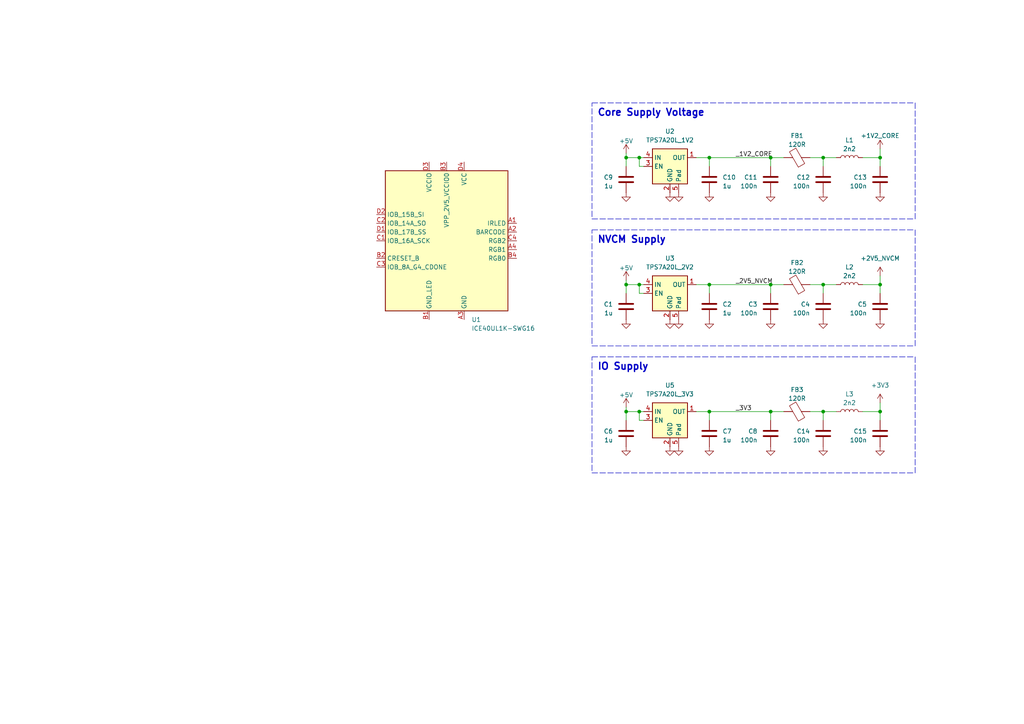
<source format=kicad_sch>
(kicad_sch (version 20250114) (generator "eeschema") (generator_version "9.0")
  (paper "A4")
  (lib_symbols
    (symbol "Device:C" (pin_numbers (hide yes)) (pin_names (offset 0.254))
      (property "Reference" "C" (at 0.635 2.54 0))
      (property "Value" "C" (at 0.635 -2.54 0))
      (symbol "C_0_1"
        (polyline (pts (xy -2.032 0.762) (xy 2.032 0.762)) (stroke (width 0.508)))
        (polyline (pts (xy -2.032 -0.762) (xy 2.032 -0.762)) (stroke (width 0.508)))
      )
      (symbol "C_1_1"
        (pin passive line (at 0 3.81 270) (length 2.794) (name "~") (number "1"))
        (pin passive line (at 0 -3.81 90) (length 2.794) (name "~") (number "2"))
      )
    )
    (symbol "Device:FerriteBead" (pin_numbers (hide yes)) (pin_names (offset 0))
      (property "Reference" "FB" (at -3.81 0.635 90))
      (property "Value" "FerriteBead" (at 3.81 0 90))
      (symbol "FerriteBead_0_1"
        (polyline (pts (xy -2.7686 0.4064) (xy -1.7018 2.2606) (xy 2.7686 -0.3048) (xy 1.6764 -2.159) (xy -2.7686 0.4064)))
        (polyline (pts (xy 0 1.27) (xy 0 1.2954)))
        (polyline (pts (xy 0 -1.27) (xy 0 -1.2192)))
      )
      (symbol "FerriteBead_1_1"
        (pin passive line (at 0 3.81 270) (length 2.54) (name "~") (number "1"))
        (pin passive line (at 0 -3.81 90) (length 2.54) (name "~") (number "2"))
      )
    )
    (symbol "Device:L" (pin_numbers (hide yes)) (pin_names (offset 1.016) (hide yes))
      (property "Reference" "L" (at -1.27 0 90))
      (property "Value" "L" (at 1.905 0 90))
      (symbol "L_0_1"
        (arc (start 0 2.54) (mid 0.6323 1.905) (end 0 1.27))
        (arc (start 0 1.27) (mid 0.6323 0.635) (end 0 0))
        (arc (start 0 0) (mid 0.6323 -0.635) (end 0 -1.27))
        (arc (start 0 -1.27) (mid 0.6323 -1.905) (end 0 -2.54))
      )
      (symbol "L_1_1"
        (pin passive line (at 0 3.81 270) (length 1.27) (name "1") (number "1"))
        (pin passive line (at 0 -3.81 90) (length 1.27) (name "2") (number "2"))
      )
    )
    (symbol "FPGA_Lattice:ICE40UL1K-SWG16"
      (property "Reference" "U" (at 8.89 27.94 0))
      (property "Value" "ICE40UL1K-SWG16" (at 17.78 25.4 0))
      (symbol "ICE40UL1K-SWG16_0_1"
        (rectangle (start -17.78 20.32) (end 17.78 -20.32) (stroke (width 0.254)) (fill (type background)))
      )
      (symbol "ICE40UL1K-SWG16_1_1"
        (pin bidirectional line (at -20.32 7.62 0) (length 2.54) (name "IOB_15B_SI") (number "D2"))
        (pin bidirectional line (at -20.32 5.08 0) (length 2.54) (name "IOB_14A_SO") (number "C2"))
        (pin bidirectional line (at -20.32 2.54 0) (length 2.54) (name "IOB_17B_SS") (number "D1"))
        (pin bidirectional line (at -20.32 0 0) (length 2.54) (name "IOB_16A_SCK") (number "C1"))
        (pin input line (at -20.32 -5.08 0) (length 2.54) (name "CRESET_B") (number "B2"))
        (pin bidirectional line (at -20.32 -7.62 0) (length 2.54) (name "IOB_8A_G4_CDONE") (number "C3"))
        (pin power_in line (at -5.08 22.86 270) (length 2.54) (name "VCCIO") (number "D3"))
        (pin power_in line (at -5.08 -22.86 90) (length 2.54) (name "GND_LED") (number "B1"))
        (pin power_in line (at 0 22.86 270) (length 2.54) (name "VPP_2V5_VCCIO0") (number "B3"))
        (pin power_in line (at 5.08 22.86 270) (length 2.54) (name "VCC") (number "D4"))
        (pin power_in line (at 5.08 -22.86 90) (length 2.54) (name "GND") (number "A3"))
        (pin bidirectional line (at 20.32 5.08 180) (length 2.54) (name "IRLED") (number "A1"))
        (pin bidirectional line (at 20.32 2.54 180) (length 2.54) (name "BARCODE") (number "A2"))
        (pin bidirectional line (at 20.32 0 180) (length 2.54) (name "RGB2") (number "C4"))
        (pin bidirectional line (at 20.32 -2.54 180) (length 2.54) (name "RGB1") (number "A4"))
        (pin bidirectional line (at 20.32 -5.08 180) (length 2.54) (name "RGB0") (number "B4"))
      )
    )
    (symbol "Regulator_Linear:TPS7A20xxxDQN"
      (property "Reference" "U" (at -3.81 6.35 0))
      (property "Value" "TPS7A20xxxDQN" (at 6.35 6.35 0))
      (symbol "TPS7A20xxxDQN_0_1"
        (rectangle (start -5.08 5.08) (end 5.08 -5.08) (stroke (width 0.254)) (fill (type background)))
        (pin power_in line (at -7.62 2.54 0) (length 2.54) (name "IN") (number "4"))
        (pin input line (at -7.62 0 0) (length 2.54) (name "EN") (number "3"))
        (pin power_in line (at 0 -7.62 90) (length 2.54) (name "GND") (number "2"))
        (pin power_out line (at 7.62 2.54 180) (length 2.54) (name "OUT") (number "1"))
      )
      (symbol "TPS7A20xxxDQN_1_1"
        (pin passive line (at 2.54 -7.62 90) (length 2.54) (name "Pad") (number "5"))
      )
    )
    (symbol "power:+3.3VA" (power) (pin_names (offset 0))
      (property "Value" "+3.3VA" (at 0 3.556 0))
      (symbol "+3.3VA_0_1"
        (polyline (pts (xy -0.762 1.27) (xy 0 2.54)))
        (polyline (pts (xy 0 2.54) (xy 0.762 1.27)))
        (polyline (pts (xy 0 0) (xy 0 2.54)))
      )
      (symbol "+3.3VA_1_1"
        (pin power_in line (at 0 0 90) (length 0) (hide yes) (name "+3.3VA") (number "1"))
      )
    )
    (symbol "power:+4V" (power) (pin_numbers (hide yes)) (pin_names (offset 0) (hide yes))
      (property "Value" "+4V" (at 0 3.556 0))
      (symbol "+4V_0_1"
        (polyline (pts (xy -0.762 1.27) (xy 0 2.54)))
        (polyline (pts (xy 0 2.54) (xy 0.762 1.27)))
        (polyline (pts (xy 0 0) (xy 0 2.54)))
      )
      (symbol "+4V_1_1"
        (pin power_in line (at 0 0 90) (length 0) (name "~") (number "1"))
      )
    )
    (symbol "power:GND" (power) (pin_numbers (hide yes)) (pin_names (offset 0) (hide yes))
      (property "Value" "GND" (at 0 -3.81 0))
      (symbol "GND_0_1"
        (polyline (pts (xy 0 0) (xy 0 -1.27) (xy 1.27 -1.27) (xy 0 -2.54) (xy -1.27 -1.27) (xy 0 -1.27)))
      )
      (symbol "GND_1_1"
        (pin power_in line (at 0 0 270) (length 0) (name "~") (number "1"))
      )
    )
  )
  (text_box "NVCM Supply" (at 171.704 66.675 0) (size 93.726 33.655) (margins 1.5 1.5 1.5 1.5) (stroke (width 0) (type dash)) (effects (font (size 2 2) (thickness 0.4) (bold yes)) (justify left top)))
  (text_box "IO Supply" (at 171.704 103.505 0) (size 93.726 33.655) (margins 1.5 1.5 1.5 1.5) (stroke (width 0) (type dash)) (effects (font (size 2 2) (thickness 0.4) (bold yes)) (justify left top)))
  (text_box "Core Supply Voltage" (at 171.704 29.845 0) (size 93.726 33.655) (margins 1.5 1.5 1.5 1.5) (stroke (width 0) (type dash)) (effects (font (size 2 2) (thickness 0.4) (bold yes)) (justify left top)))
  (junction (at 181.61 119.38))
  (junction (at 223.52 82.55))
  (junction (at 181.61 82.55))
  (junction (at 185.42 82.55))
  (junction (at 205.74 82.55))
  (junction (at 205.74 45.72))
  (junction (at 205.74 119.38))
  (junction (at 238.76 82.55))
  (junction (at 255.27 119.38))
  (junction (at 255.27 45.72))
  (junction (at 255.27 82.55))
  (junction (at 238.76 119.38))
  (junction (at 223.52 119.38))
  (junction (at 185.42 45.72))
  (junction (at 181.61 45.72))
  (junction (at 223.52 45.72))
  (junction (at 238.76 45.72))
  (junction (at 185.42 119.38))
  (wire (pts (xy 238.76 119.38) (xy 238.76 121.92)))
  (wire (pts (xy 255.27 43.18) (xy 255.27 45.72)))
  (wire (pts (xy 181.61 45.72) (xy 181.61 48.26)))
  (wire (pts (xy 205.74 85.09) (xy 205.74 82.55)))
  (wire (pts (xy 186.69 121.92) (xy 185.42 121.92)))
  (wire (pts (xy 186.69 85.09) (xy 185.42 85.09)))
  (wire (pts (xy 181.61 118.11) (xy 181.61 119.38)))
  (wire (pts (xy 205.74 45.72) (xy 223.52 45.72)))
  (wire (pts (xy 185.42 82.55) (xy 185.42 85.09)))
  (wire (pts (xy 223.52 45.72) (xy 223.52 48.26)))
  (wire (pts (xy 238.76 45.72) (xy 238.76 48.26)))
  (wire (pts (xy 250.19 119.38) (xy 255.27 119.38)))
  (wire (pts (xy 201.93 82.55) (xy 205.74 82.55)))
  (wire (pts (xy 238.76 119.38) (xy 234.95 119.38)))
  (wire (pts (xy 250.19 45.72) (xy 255.27 45.72)))
  (wire (pts (xy 242.57 82.55) (xy 238.76 82.55)))
  (wire (pts (xy 201.93 119.38) (xy 205.74 119.38)))
  (wire (pts (xy 185.42 45.72) (xy 185.42 48.26)))
  (wire (pts (xy 250.19 82.55) (xy 255.27 82.55)))
  (wire (pts (xy 205.74 121.92) (xy 205.74 119.38)))
  (wire (pts (xy 238.76 82.55) (xy 234.95 82.55)))
  (wire (pts (xy 181.61 45.72) (xy 185.42 45.72)))
  (wire (pts (xy 227.33 82.55) (xy 223.52 82.55)))
  (wire (pts (xy 205.74 82.55) (xy 223.52 82.55)))
  (wire (pts (xy 242.57 45.72) (xy 238.76 45.72)))
  (wire (pts (xy 181.61 119.38) (xy 181.61 121.92)))
  (wire (pts (xy 185.42 45.72) (xy 186.69 45.72)))
  (wire (pts (xy 181.61 82.55) (xy 185.42 82.55)))
  (wire (pts (xy 255.27 119.38) (xy 255.27 121.92)))
  (wire (pts (xy 255.27 116.84) (xy 255.27 119.38)))
  (wire (pts (xy 223.52 119.38) (xy 223.52 121.92)))
  (wire (pts (xy 205.74 119.38) (xy 223.52 119.38)))
  (wire (pts (xy 255.27 80.01) (xy 255.27 82.55)))
  (wire (pts (xy 181.61 44.45) (xy 181.61 45.72)))
  (wire (pts (xy 181.61 81.28) (xy 181.61 82.55)))
  (wire (pts (xy 227.33 119.38) (xy 223.52 119.38)))
  (wire (pts (xy 227.33 45.72) (xy 223.52 45.72)))
  (wire (pts (xy 205.74 48.26) (xy 205.74 45.72)))
  (wire (pts (xy 255.27 82.55) (xy 255.27 85.09)))
  (wire (pts (xy 185.42 119.38) (xy 186.69 119.38)))
  (wire (pts (xy 223.52 82.55) (xy 223.52 85.09)))
  (wire (pts (xy 238.76 45.72) (xy 234.95 45.72)))
  (wire (pts (xy 185.42 82.55) (xy 186.69 82.55)))
  (wire (pts (xy 181.61 82.55) (xy 181.61 85.09)))
  (wire (pts (xy 186.69 48.26) (xy 185.42 48.26)))
  (wire (pts (xy 242.57 119.38) (xy 238.76 119.38)))
  (wire (pts (xy 238.76 82.55) (xy 238.76 85.09)))
  (wire (pts (xy 185.42 119.38) (xy 185.42 121.92)))
  (wire (pts (xy 201.93 45.72) (xy 205.74 45.72)))
  (wire (pts (xy 255.27 45.72) (xy 255.27 48.26)))
  (wire (pts (xy 181.61 119.38) (xy 185.42 119.38)))
  (label "_1V2_CORE" (at 213.36 45.72 0))
  (label "_2V5_NVCM" (at 213.36 82.55 0))
  (label "_3V3" (at 213.36 119.38 0))
  (symbol (lib_id "power:+3.3VA") (at 255.27 116.84 0) (mirror y) (unit 1)
    (property "Reference" "#PWR012" (effects (hide yes)))
    (property "Value" "+3V3" (at 255.27 111.76 0))
  )
  (symbol (lib_id "Device:C") (at 238.76 125.73 0) (mirror y) (unit 1)
    (property "Reference" "C14" (at 234.95 125.095 0) (effects (justify left)))
    (property "Value" "100n" (at 234.95 127.635 0) (effects (justify left)))
    (property "Footprint" "Capacitor_SMD:C_0402_1005Metric" (effects (hide yes)))
    (property "Datasheet" "https://www.mouser.sk/ProductDetail/81-GCM155R71H104KE2J" (effects (hide yes)))
  )
  (symbol (lib_id "Device:FerriteBead") (at 231.14 45.72 270) (mirror x) (unit 1)
    (property "Reference" "FB1" (at 231.1908 39.37 90))
    (property "Value" "120R" (at 231.1908 41.91 90))
    (property "Footprint" "Capacitor_SMD:C_0402_1005Metric" (effects (hide yes)))
    (property "Datasheet" "https://www.mouser.sk/ProductDetail/Murata-Electronics/BLM15PX121SH1D?qs=sGAEpiMZZMt1hubY80%2Fs8KH3ycnB7WcGy8XwjjQtkVz9qRHmvOPZ%252BQ%3D%3D" (effects (hide yes)))
  )
  (symbol (lib_id "power:GND") (at 238.76 55.88 0) (mirror y) (unit 1)
    (property "Reference" "#PWR075" (effects (hide yes)))
    (property "Value" "GND" (effects (hide yes)))
  )
  (symbol (lib_id "Regulator_Linear:TPS7A20xxxDQN") (at 194.31 48.26 0) (unit 1)
    (property "Reference" "U2" (at 194.31 38.1 0))
    (property "Value" "TPS7A20L_1V2" (at 194.31 40.64 0))
    (property "Footprint" "Package_SON:Texas_X2SON-4_1x1mm_P0.65mm" (effects (hide yes)))
    (property "Datasheet" "https://www.mouser.sk/ProductDetail/Texas-Instruments/TPS7A20L12PDQNR?qs=dbcCsuKDzFUEY7w1y6byNg%3D%3D" (effects (hide yes)))
    (property "Description" "300 mA Low Dropout Voltage Regulator, Fixed Output, 1.6..6.0Vin, Low-Noise (7μV RMS), 6.5μA IQ LDO, X2SON-5" (effects (hide yes)))
  )
  (symbol (lib_id "power:GND") (at 181.61 55.88 0) (mirror y) (unit 1)
    (property "Reference" "#PWR070" (effects (hide yes)))
    (property "Value" "GND" (effects (hide yes)))
  )
  (symbol (lib_id "Device:C") (at 223.52 52.07 0) (mirror y) (unit 1)
    (property "Reference" "C11" (at 219.71 51.435 0) (effects (justify left)))
    (property "Value" "100n" (at 219.71 53.975 0) (effects (justify left)))
    (property "Footprint" "Capacitor_SMD:C_0402_1005Metric" (effects (hide yes)))
    (property "Datasheet" "https://www.mouser.sk/ProductDetail/81-GCM155R71H104KE2J" (effects (hide yes)))
  )
  (symbol (lib_id "Device:C") (at 223.52 125.73 0) (mirror y) (unit 1)
    (property "Reference" "C8" (at 219.71 125.095 0) (effects (justify left)))
    (property "Value" "100n" (at 219.71 127.635 0) (effects (justify left)))
    (property "Footprint" "Capacitor_SMD:C_0402_1005Metric" (effects (hide yes)))
    (property "Datasheet" "https://www.mouser.sk/ProductDetail/81-GCM155R71H104KE2J" (effects (hide yes)))
  )
  (symbol (lib_id "Device:C") (at 255.27 125.73 0) (mirror y) (unit 1)
    (property "Reference" "C15" (at 251.46 125.095 0) (effects (justify left)))
    (property "Value" "100n" (at 251.46 127.635 0) (effects (justify left)))
    (property "Footprint" "Capacitor_SMD:C_0402_1005Metric" (effects (hide yes)))
    (property "Datasheet" "https://www.mouser.sk/ProductDetail/81-GCM155R71H104KE2J" (effects (hide yes)))
  )
  (symbol (lib_id "Device:C") (at 255.27 52.07 0) (mirror y) (unit 1)
    (property "Reference" "C13" (at 251.46 51.435 0) (effects (justify left)))
    (property "Value" "100n" (at 251.46 53.975 0) (effects (justify left)))
    (property "Footprint" "Capacitor_SMD:C_0402_1005Metric" (effects (hide yes)))
    (property "Datasheet" "https://www.mouser.sk/ProductDetail/81-GCM155R71H104KE2J" (effects (hide yes)))
  )
  (symbol (lib_id "Device:C") (at 255.27 88.9 0) (mirror y) (unit 1)
    (property "Reference" "C5" (at 251.46 88.265 0) (effects (justify left)))
    (property "Value" "100n" (at 251.46 90.805 0) (effects (justify left)))
    (property "Footprint" "Capacitor_SMD:C_0402_1005Metric" (effects (hide yes)))
    (property "Datasheet" "https://www.mouser.sk/ProductDetail/81-GCM155R71H104KE2J" (effects (hide yes)))
  )
  (symbol (lib_id "Device:C") (at 238.76 88.9 0) (mirror y) (unit 1)
    (property "Reference" "C4" (at 234.95 88.265 0) (effects (justify left)))
    (property "Value" "100n" (at 234.95 90.805 0) (effects (justify left)))
    (property "Footprint" "Capacitor_SMD:C_0402_1005Metric" (effects (hide yes)))
    (property "Datasheet" "https://www.mouser.sk/ProductDetail/81-GCM155R71H104KE2J" (effects (hide yes)))
  )
  (symbol (lib_id "power:+4V") (at 181.61 44.45 0) (unit 1)
    (property "Reference" "#PWR02" (effects (hide yes)))
    (property "Value" "+5V" (at 181.61 40.894 0))
    (property "Description" "Power symbol creates a global label with name \"+4V\"" (effects (hide yes)))
  )
  (symbol (lib_id "Device:C") (at 205.74 52.07 0) (unit 1)
    (property "Reference" "C10" (at 209.55 51.435 0) (effects (justify left)))
    (property "Value" "1u" (at 209.55 53.975 0) (effects (justify left)))
    (property "Footprint" "Capacitor_SMD:C_0402_1005Metric" (effects (hide yes)))
    (property "Datasheet" "https://www.mouser.sk/ProductDetail/81-GRM155R61H105KE5D" (effects (hide yes)))
  )
  (symbol (lib_id "Device:C") (at 238.76 52.07 0) (mirror y) (unit 1)
    (property "Reference" "C12" (at 234.95 51.435 0) (effects (justify left)))
    (property "Value" "100n" (at 234.95 53.975 0) (effects (justify left)))
    (property "Footprint" "Capacitor_SMD:C_0402_1005Metric" (effects (hide yes)))
    (property "Datasheet" "https://www.mouser.sk/ProductDetail/81-GCM155R71H104KE2J" (effects (hide yes)))
  )
  (symbol (lib_id "Device:C") (at 205.74 88.9 0) (unit 1)
    (property "Reference" "C2" (at 209.55 88.265 0) (effects (justify left)))
    (property "Value" "1u" (at 209.55 90.805 0) (effects (justify left)))
    (property "Footprint" "Capacitor_SMD:C_0402_1005Metric" (effects (hide yes)))
    (property "Datasheet" "https://www.mouser.sk/ProductDetail/81-GRM155R61H105KE5D" (effects (hide yes)))
  )
  (symbol (lib_id "power:GND") (at 205.74 129.54 0) (unit 1)
    (property "Reference" "#PWR017" (effects (hide yes)))
    (property "Value" "GND" (effects (hide yes)))
  )
  (symbol (lib_id "power:GND") (at 194.31 92.71 0) (unit 1)
    (property "Reference" "#PWR06" (effects (hide yes)))
    (property "Value" "GND" (effects (hide yes)))
    (property "Description" "Power symbol creates a global label with name \"GND\" , ground" (effects (hide yes)))
  )
  (symbol (lib_id "power:GND") (at 238.76 92.71 0) (mirror y) (unit 1)
    (property "Reference" "#PWR010" (effects (hide yes)))
    (property "Value" "GND" (effects (hide yes)))
  )
  (symbol (lib_id "power:+4V") (at 181.61 81.28 0) (unit 1)
    (property "Reference" "#PWR04" (effects (hide yes)))
    (property "Value" "+5V" (at 181.61 77.724 0))
    (property "Description" "Power symbol creates a global label with name \"+4V\"" (effects (hide yes)))
  )
  (symbol (lib_id "Device:FerriteBead") (at 231.14 119.38 270) (mirror x) (unit 1)
    (property "Reference" "FB3" (at 231.1908 113.03 90))
    (property "Value" "120R" (at 231.1908 115.57 90))
    (property "Footprint" "Capacitor_SMD:C_0402_1005Metric" (effects (hide yes)))
    (property "Datasheet" "https://www.mouser.sk/ProductDetail/Murata-Electronics/BLM15PX121SH1D?qs=sGAEpiMZZMt1hubY80%2Fs8KH3ycnB7WcGy8XwjjQtkVz9qRHmvOPZ%252BQ%3D%3D" (effects (hide yes)))
  )
  (symbol (lib_id "Device:C") (at 205.74 125.73 0) (unit 1)
    (property "Reference" "C7" (at 209.55 125.095 0) (effects (justify left)))
    (property "Value" "1u" (at 209.55 127.635 0) (effects (justify left)))
    (property "Footprint" "Capacitor_SMD:C_0402_1005Metric" (effects (hide yes)))
    (property "Datasheet" "https://www.mouser.sk/ProductDetail/81-GRM155R61H105KE5D" (effects (hide yes)))
  )
  (symbol (lib_id "power:GND") (at 255.27 92.71 0) (mirror y) (unit 1)
    (property "Reference" "#PWR011" (effects (hide yes)))
    (property "Value" "GND" (effects (hide yes)))
  )
  (symbol (lib_id "Regulator_Linear:TPS7A20xxxDQN") (at 194.31 121.92 0) (unit 1)
    (property "Reference" "U5" (at 194.31 111.76 0))
    (property "Value" "TPS7A20L_3V3" (at 194.31 114.3 0))
    (property "Footprint" "Package_SON:Texas_X2SON-4_1x1mm_P0.65mm" (effects (hide yes)))
    (property "Datasheet" "https://www.mouser.sk/ProductDetail/Texas-Instruments/TPS7A20L33PDQNR?qs=dbcCsuKDzFXsu6ygYTlhWw%3D%3D" (effects (hide yes)))
    (property "Description" "300 mA Low Dropout Voltage Regulator, Fixed Output, 1.6..6.0Vin, Low-Noise (7μV RMS), 6.5μA IQ LDO, X2SON-5" (effects (hide yes)))
  )
  (symbol (lib_id "power:GND") (at 205.74 55.88 0) (unit 1)
    (property "Reference" "#PWR073" (effects (hide yes)))
    (property "Value" "GND" (effects (hide yes)))
  )
  (symbol (lib_id "power:+3.3VA") (at 255.27 80.01 0) (mirror y) (unit 1)
    (property "Reference" "#PWR03" (effects (hide yes)))
    (property "Value" "+2V5_NVCM" (at 255.27 74.93 0))
  )
  (symbol (lib_id "power:GND") (at 205.74 92.71 0) (unit 1)
    (property "Reference" "#PWR08" (effects (hide yes)))
    (property "Value" "GND" (effects (hide yes)))
  )
  (symbol (lib_id "power:+4V") (at 181.61 118.11 0) (unit 1)
    (property "Reference" "#PWR013" (effects (hide yes)))
    (property "Value" "+5V" (at 181.61 114.554 0))
    (property "Description" "Power symbol creates a global label with name \"+4V\"" (effects (hide yes)))
  )
  (symbol (lib_id "Device:C") (at 181.61 52.07 0) (mirror y) (unit 1)
    (property "Reference" "C9" (at 177.8 51.435 0) (effects (justify left)))
    (property "Value" "1u" (at 177.8 53.975 0) (effects (justify left)))
    (property "Footprint" "Capacitor_SMD:C_0402_1005Metric" (effects (hide yes)))
    (property "Datasheet" "https://www.mouser.sk/ProductDetail/81-GRM155R61H105KE5D" (effects (hide yes)))
  )
  (symbol (lib_id "Device:FerriteBead") (at 231.14 82.55 270) (mirror x) (unit 1)
    (property "Reference" "FB2" (at 231.1908 76.2 90))
    (property "Value" "120R" (at 231.1908 78.74 90))
    (property "Footprint" "Capacitor_SMD:C_0402_1005Metric" (effects (hide yes)))
    (property "Datasheet" "https://www.mouser.sk/ProductDetail/Murata-Electronics/BLM15PX121SH1D?qs=sGAEpiMZZMt1hubY80%2Fs8KH3ycnB7WcGy8XwjjQtkVz9qRHmvOPZ%252BQ%3D%3D" (effects (hide yes)))
  )
  (symbol (lib_id "power:GND") (at 194.31 55.88 0) (unit 1)
    (property "Reference" "#PWR071" (effects (hide yes)))
    (property "Value" "GND" (effects (hide yes)))
    (property "Description" "Power symbol creates a global label with name \"GND\" , ground" (effects (hide yes)))
  )
  (symbol (lib_id "power:+3.3VA") (at 255.27 43.18 0) (mirror y) (unit 1)
    (property "Reference" "#PWR01" (effects (hide yes)))
    (property "Value" "+1V2_CORE" (at 255.27 39.37 0))
  )
  (symbol (lib_id "power:GND") (at 196.85 92.71 0) (unit 1)
    (property "Reference" "#PWR07" (effects (hide yes)))
    (property "Value" "GND" (effects (hide yes)))
    (property "Description" "Power symbol creates a global label with name \"GND\" , ground" (effects (hide yes)))
  )
  (symbol (lib_id "power:GND") (at 181.61 129.54 0) (mirror y) (unit 1)
    (property "Reference" "#PWR014" (effects (hide yes)))
    (property "Value" "GND" (effects (hide yes)))
  )
  (symbol (lib_id "Device:C") (at 181.61 125.73 0) (mirror y) (unit 1)
    (property "Reference" "C6" (at 177.8 125.095 0) (effects (justify left)))
    (property "Value" "1u" (at 177.8 127.635 0) (effects (justify left)))
    (property "Footprint" "Capacitor_SMD:C_0402_1005Metric" (effects (hide yes)))
    (property "Datasheet" "https://www.mouser.sk/ProductDetail/81-GRM155R61H105KE5D" (effects (hide yes)))
  )
  (symbol (lib_id "power:GND") (at 223.52 129.54 0) (mirror y) (unit 1)
    (property "Reference" "#PWR018" (effects (hide yes)))
    (property "Value" "GND" (effects (hide yes)))
  )
  (symbol (lib_id "Device:L") (at 246.38 82.55 270) (mirror x) (unit 1)
    (property "Reference" "L2" (at 246.38 77.47 90))
    (property "Value" "2n2" (at 246.38 80.01 90))
    (property "Footprint" "Inductor_SMD:L_0402_1005Metric" (effects (hide yes)))
    (property "Datasheet" "https://www.mouser.sk/ProductDetail/Murata-Electronics/LQW15AN2N2C10D?qs=L0gQqYTeSd%252BvMGiveX8TBg%3D%3D" (effects (hide yes)))
  )
  (symbol (lib_id "power:GND") (at 194.31 129.54 0) (unit 1)
    (property "Reference" "#PWR015" (effects (hide yes)))
    (property "Value" "GND" (effects (hide yes)))
    (property "Description" "Power symbol creates a global label with name \"GND\" , ground" (effects (hide yes)))
  )
  (symbol (lib_id "power:GND") (at 196.85 129.54 0) (unit 1)
    (property "Reference" "#PWR016" (effects (hide yes)))
    (property "Value" "GND" (effects (hide yes)))
    (property "Description" "Power symbol creates a global label with name \"GND\" , ground" (effects (hide yes)))
  )
  (symbol (lib_id "Device:C") (at 223.52 88.9 0) (mirror y) (unit 1)
    (property "Reference" "C3" (at 219.71 88.265 0) (effects (justify left)))
    (property "Value" "100n" (at 219.71 90.805 0) (effects (justify left)))
    (property "Footprint" "Capacitor_SMD:C_0402_1005Metric" (effects (hide yes)))
    (property "Datasheet" "https://www.mouser.sk/ProductDetail/81-GCM155R71H104KE2J" (effects (hide yes)))
  )
  (symbol (lib_id "Device:L") (at 246.38 45.72 270) (mirror x) (unit 1)
    (property "Reference" "L1" (at 246.38 40.64 90))
    (property "Value" "2n2" (at 246.38 43.18 90))
    (property "Footprint" "Inductor_SMD:L_0402_1005Metric" (effects (hide yes)))
    (property "Datasheet" "https://www.mouser.sk/ProductDetail/Murata-Electronics/LQW15AN2N2C10D?qs=L0gQqYTeSd%252BvMGiveX8TBg%3D%3D" (effects (hide yes)))
  )
  (symbol (lib_id "Device:L") (at 246.38 119.38 270) (mirror x) (unit 1)
    (property "Reference" "L3" (at 246.38 114.3 90))
    (property "Value" "2n2" (at 246.38 116.84 90))
    (property "Footprint" "Inductor_SMD:L_0402_1005Metric" (effects (hide yes)))
    (property "Datasheet" "https://www.mouser.sk/ProductDetail/Murata-Electronics/LQW15AN2N2C10D?qs=L0gQqYTeSd%252BvMGiveX8TBg%3D%3D" (effects (hide yes)))
  )
  (symbol (lib_id "power:GND") (at 223.52 55.88 0) (mirror y) (unit 1)
    (property "Reference" "#PWR074" (effects (hide yes)))
    (property "Value" "GND" (effects (hide yes)))
  )
  (symbol (lib_id "power:GND") (at 255.27 55.88 0) (mirror y) (unit 1)
    (property "Reference" "#PWR076" (effects (hide yes)))
    (property "Value" "GND" (effects (hide yes)))
  )
  (symbol (lib_id "Regulator_Linear:TPS7A20xxxDQN") (at 194.31 85.09 0) (unit 1)
    (property "Reference" "U3" (at 194.31 74.93 0))
    (property "Value" "TPS7A20L_2V2" (at 194.31 77.47 0))
    (property "Footprint" "Package_SON:Texas_X2SON-4_1x1mm_P0.65mm" (effects (hide yes)))
    (property "Datasheet" "https://www.mouser.sk/ProductDetail/Texas-Instruments/TPS7A20225PDQNR?qs=IKkN%2F947nfD9gDMQG8ZFsA%3D%3D" (effects (hide yes)))
    (property "Description" "300 mA Low Dropout Voltage Regulator, Fixed Output, 1.6..6.0Vin, Low-Noise (7μV RMS), 6.5μA IQ LDO, X2SON-5" (effects (hide yes)))
  )
  (symbol (lib_id "power:GND") (at 223.52 92.71 0) (mirror y) (unit 1)
    (property "Reference" "#PWR09" (effects (hide yes)))
    (property "Value" "GND" (effects (hide yes)))
  )
  (symbol (lib_id "power:GND") (at 181.61 92.71 0) (mirror y) (unit 1)
    (property "Reference" "#PWR05" (effects (hide yes)))
    (property "Value" "GND" (effects (hide yes)))
  )
  (symbol (lib_id "FPGA_Lattice:ICE40UL1K-SWG16") (at 129.54 69.85 0) (unit 1)
    (property "Reference" "U1" (at 136.7633 92.71 0) (effects (justify left)))
    (property "Value" "ICE40UL1K-SWG16" (at 136.7633 95.25 0) (effects (justify left)))
    (property "Footprint" "Package_CSP:WLCSP-16_1.409x1.409mm_Layout4x4_P0.35mm" (effects (hide yes)))
    (property "Datasheet" "https://www.latticesemi.com/view_document?document_id=50945" (effects (hide yes)))
    (property "Description" "iCE40 UltraPlus FPGA, 1.2V, WLCSP-16" (effects (hide yes)))
  )
  (symbol (lib_id "power:GND") (at 196.85 55.88 0) (unit 1)
    (property "Reference" "#PWR072" (effects (hide yes)))
    (property "Value" "GND" (effects (hide yes)))
    (property "Description" "Power symbol creates a global label with name \"GND\" , ground" (effects (hide yes)))
  )
  (symbol (lib_id "Device:C") (at 181.61 88.9 0) (mirror y) (unit 1)
    (property "Reference" "C1" (at 177.8 88.265 0) (effects (justify left)))
    (property "Value" "1u" (at 177.8 90.805 0) (effects (justify left)))
    (property "Footprint" "Capacitor_SMD:C_0402_1005Metric" (effects (hide yes)))
    (property "Datasheet" "https://www.mouser.sk/ProductDetail/81-GRM155R61H105KE5D" (effects (hide yes)))
  )
  (symbol (lib_id "power:GND") (at 255.27 129.54 0) (mirror y) (unit 1)
    (property "Reference" "#PWR020" (effects (hide yes)))
    (property "Value" "GND" (effects (hide yes)))
  )
  (symbol (lib_id "power:GND") (at 238.76 129.54 0) (mirror y) (unit 1)
    (property "Reference" "#PWR019" (effects (hide yes)))
    (property "Value" "GND" (effects (hide yes)))
  )
)
</source>
